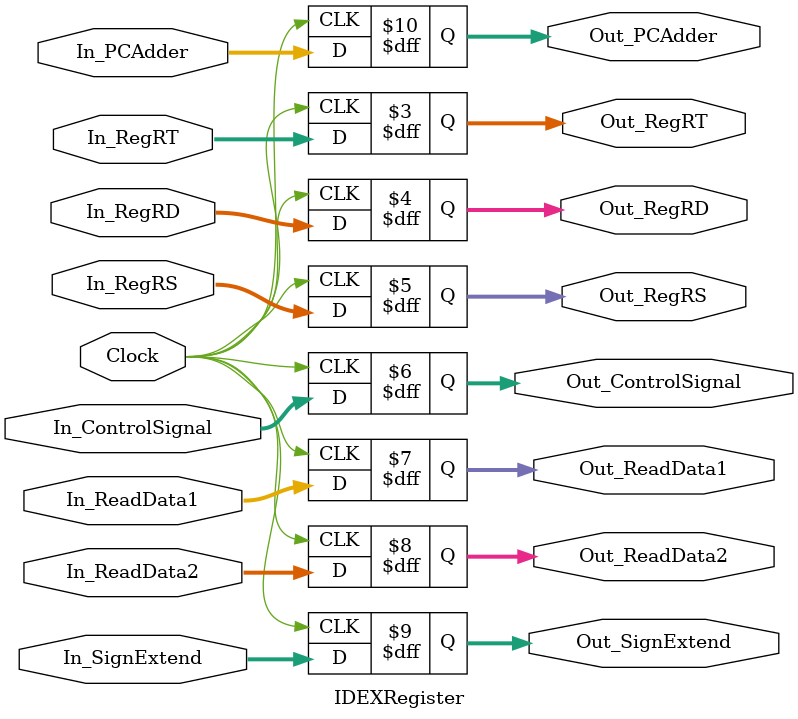
<source format=v>
`timescale 1ns / 1ps


module IDEXRegister(
    Clock,
    In_ControlSignal, In_ReadData1, In_ReadData2, In_SignExtend, In_PCAdder,
    In_RegRT, In_RegRD, In_RegRS,
    
    Out_ControlSignal, Out_ReadData1, Out_ReadData2, Out_SignExtend, Out_PCAdder,
    Out_RegRT, Out_RegRD, Out_RegRS
);

    input        Clock;
    input [4:0]  In_RegRT, In_RegRD, In_RegRS;
    input [31:0] In_ControlSignal, In_ReadData1, In_ReadData2, In_SignExtend, In_PCAdder;
    
    output reg [4:0]  Out_RegRT, Out_RegRD, Out_RegRS;
    output reg [31:0] Out_ControlSignal, Out_ReadData1, Out_ReadData2, Out_SignExtend, Out_PCAdder;
	
	initial begin
        Out_ControlSignal <= 32'd0;
        Out_ReadData1     <= 32'd0;
        Out_ReadData2     <= 32'd0;
        Out_SignExtend    <= 32'd0;
        Out_PCAdder       <= 32'd0;
        Out_RegRT         <= 5'd0;
        Out_RegRD         <= 5'd0;
        Out_RegRS         <= 5'd0;
	end
	
    always @(posedge Clock) begin
        Out_ControlSignal <= In_ControlSignal;
        Out_ReadData1     <= In_ReadData1;
        Out_ReadData2     <= In_ReadData2;
        Out_SignExtend    <= In_SignExtend;
        Out_PCAdder       <= In_PCAdder;
        Out_RegRT         <= In_RegRT;
        Out_RegRD         <= In_RegRD;
        Out_RegRS         <= In_RegRS;
    end
    
endmodule

</source>
